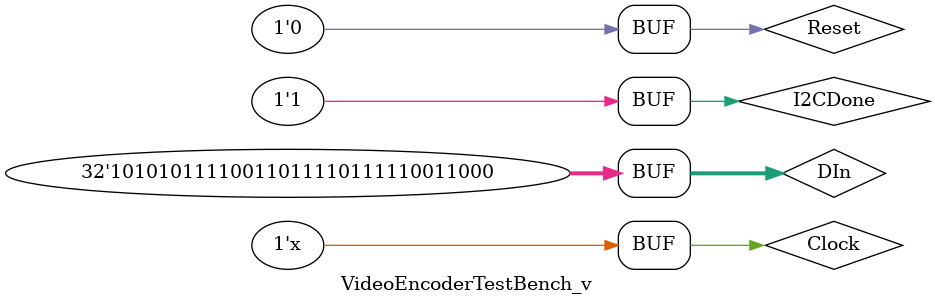
<source format=v>
`timescale		1 ns/1 ps		// Display things in ns, compute them in ps
`define HalfCycle	18.518		// Half of the clock cycle time in nanoseconds
`define Cycle		(`HalfCycle * 2)	// Didn't you learn to multiply?
`define ActiveCycles	65536			// Change this to hold the buttons down for longer!

////////////////////////////////////////////////////////////////////////////////
// Company: 
// Engineer:
//
// Create Date:   15:50:43 10/20/2006
// Design Name:   VideoEncoder
// Module Name:   U:/Checkpoint2/Checkpoint2/VideoEncoderTestBench.v
// Project Name:  Checkpoint2
// Target Device:  
// Tool versions:  
// Description: 
//
// Verilog Test Fixture created by ISE for module: VideoEncoder
//
// Dependencies:
// 
// Revision:
// Revision 0.01 - File Created
// Additional Comments:
// 
////////////////////////////////////////////////////////////////////////////////

module VideoEncoderTestBench_v;

	// Inputs
	reg Clock;
	reg Reset;
	reg [31:0] DIn;
	reg I2CDone;

	// Outputs
	wire [9:0] VE_P;
	wire VE_PAL_NTSC;
	wire VE_RESET_B_;
	wire VE_HSYNC_B_;
	wire VE_VSYNC_B_;
	wire VE_BLANK_B_;
	wire VE_SCRESET;
	wire VE_CLKIN;
	wire InRequest;
	wire [8:0] InRequestLine;
	wire [8:0] InRequestPair;
	wire [2:0] HState;
	wire [2:0] VState;

	// Bidirs
	wire VE_SCLK;
	wire VE_SDA;
	
	//---------------------------------------------------------------
	//	Clock Source
	//		This section will generate a clock signal,
	//		turning it on and off according the HalfCycle
	//		time, in this case it will generate a 27MHz clock
	//		THIS COULD NEVER BE SYNTHESIZED
	//---------------------------------------------------------------
	initial Clock =		1'b1;		// We need to start at 1'b0, otherwise clock will always be 1'bx
	always #(`HalfCycle) Clock =	~Clock;	// Every half clock cycle, invert the clock
	//---------------------------------------------------------------

	// Instantiate the Unit Under Test (UUT)
	VideoEncoder uut (
		.VE_P(VE_P), 
		.VE_SCLK(VE_SCLK), 
		.VE_SDA(VE_SDA), 
		.VE_PAL_NTSC(VE_PAL_NTSC), 
		.VE_RESET_B_(VE_RESET_B_), 
		.VE_HSYNC_B_(VE_HSYNC_B_), 
		.VE_VSYNC_B_(VE_VSYNC_B_), 
		.VE_BLANK_B_(VE_BLANK_B_), 
		.VE_SCRESET(VE_SCRESET), 
		.VE_CLKIN(VE_CLKIN), 
		.Clock(Clock), 
		.Reset(Reset), 
		.DIn(DIn), 
		.InRequest(InRequest), 
		.InRequestLine(InRequestLine), 
		.InRequestPair(InRequestPair),
		.I2CDone(I2CDone),
		.HState(HState),
		.VState(VState)
	);

	initial begin
		// Initialize Inputs
		Reset = 1'b1;
		DIn = 32'hABCDEF98;
		I2CDone = 1'b0;
		#(`Cycle * 15);
		Reset = 1'b0;
		#(`Cycle*3);
		I2CDone = 1'b1;
		#(`Cycle * 3000);

        
		// Add stimulus here

	end
      
endmodule


</source>
